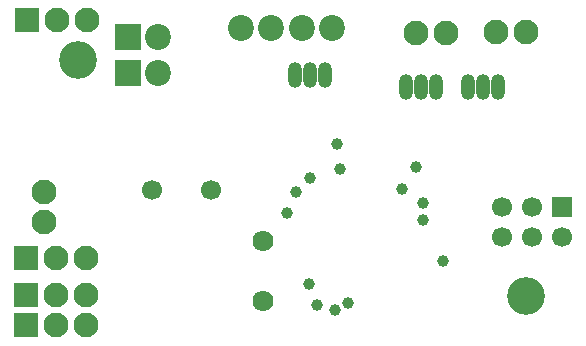
<source format=gbs>
%FSLAX42Y42*%
%MOMM*%
G71*
G01*
G75*
G04 Layer_Color=16711935*
%ADD10R,1.40X0.90*%
%ADD11R,0.90X1.40*%
%ADD12R,0.50X1.55*%
%ADD13R,0.50X1.55*%
%ADD14R,1.55X0.50*%
%ADD15R,1.50X1.30*%
%ADD16C,0.80*%
%ADD17C,0.50*%
%ADD18C,1.00*%
%ADD19C,0.40*%
%ADD20C,0.13*%
%ADD21C,3.00*%
%ADD22C,1.90*%
%ADD23C,2.00*%
%ADD24O,1.00X2.00*%
%ADD25O,1.00X2.00*%
%ADD26R,2.00X2.00*%
%ADD27C,1.50*%
%ADD28R,1.50X1.50*%
%ADD29C,1.57*%
%ADD30R,1.90X1.90*%
%ADD31C,0.80*%
%ADD32C,1.00*%
%ADD33C,0.13*%
%ADD34C,0.25*%
%ADD35C,0.20*%
%ADD36C,0.25*%
%ADD37C,0.30*%
%ADD38C,0.15*%
%ADD39C,0.15*%
%ADD40C,0.15*%
%ADD41C,0.20*%
%ADD42R,1.80X0.53*%
%ADD43R,1.60X1.10*%
%ADD44R,1.10X1.60*%
%ADD45R,0.70X1.75*%
%ADD46R,0.70X1.75*%
%ADD47R,1.75X0.70*%
%ADD48R,1.70X1.50*%
%ADD49C,3.20*%
%ADD50C,2.10*%
%ADD51C,2.20*%
%ADD52O,1.20X2.20*%
%ADD53O,1.20X2.20*%
%ADD54R,2.20X2.20*%
%ADD55C,1.70*%
%ADD56R,1.70X1.70*%
%ADD57C,1.78*%
%ADD58R,2.10X2.10*%
%ADD59C,1.00*%
D49*
X4400Y500D02*
D03*
X600Y2500D02*
D03*
D50*
X3467Y2731D02*
D03*
X3721D02*
D03*
X4140Y2736D02*
D03*
X4394D02*
D03*
X420Y507D02*
D03*
X674D02*
D03*
X420Y253D02*
D03*
X674D02*
D03*
X420Y825D02*
D03*
X674D02*
D03*
X317Y1127D02*
D03*
Y1381D02*
D03*
X423Y2836D02*
D03*
X677D02*
D03*
D51*
X2235Y2769D02*
D03*
X1981D02*
D03*
X2502D02*
D03*
X2756D02*
D03*
X1283Y2388D02*
D03*
Y2692D02*
D03*
D52*
X3378Y2273D02*
D03*
X3632D02*
D03*
X4161Y2271D02*
D03*
X3907D02*
D03*
X2692Y2375D02*
D03*
X2438D02*
D03*
D53*
X3505Y2273D02*
D03*
X4034Y2271D02*
D03*
X2565Y2375D02*
D03*
D54*
X1029Y2388D02*
D03*
Y2692D02*
D03*
D55*
X4194Y998D02*
D03*
Y1252D02*
D03*
X4448Y998D02*
D03*
Y1252D02*
D03*
X4702Y998D02*
D03*
X1726Y1401D02*
D03*
X1226D02*
D03*
D56*
X4702Y1252D02*
D03*
D57*
X2169Y457D02*
D03*
Y965D02*
D03*
D58*
X166Y507D02*
D03*
Y253D02*
D03*
Y825D02*
D03*
X169Y2836D02*
D03*
D59*
X2819Y1575D02*
D03*
X2779Y384D02*
D03*
X2626Y422D02*
D03*
X2555Y602D02*
D03*
X2375Y1206D02*
D03*
X2451Y1384D02*
D03*
X2565Y1499D02*
D03*
X2799Y1786D02*
D03*
X3528Y1146D02*
D03*
X3691Y800D02*
D03*
X3462Y1593D02*
D03*
X3348Y1407D02*
D03*
X3528Y1288D02*
D03*
X2893Y442D02*
D03*
M02*

</source>
